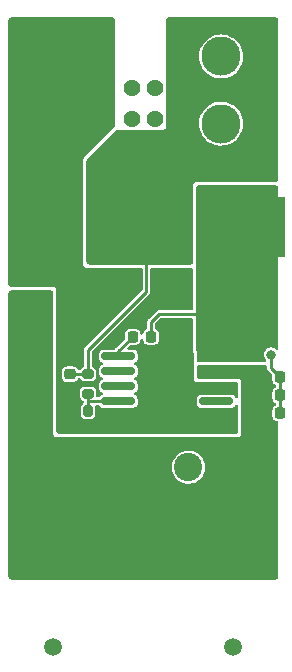
<source format=gbr>
%TF.GenerationSoftware,KiCad,Pcbnew,6.0.2+dfsg-1*%
%TF.CreationDate,2022-12-10T13:13:51-05:00*%
%TF.ProjectId,5v-8a-ps,35762d38-612d-4707-932e-6b696361645f,rev?*%
%TF.SameCoordinates,Original*%
%TF.FileFunction,Copper,L1,Top*%
%TF.FilePolarity,Positive*%
%FSLAX46Y46*%
G04 Gerber Fmt 4.6, Leading zero omitted, Abs format (unit mm)*
G04 Created by KiCad (PCBNEW 6.0.2+dfsg-1) date 2022-12-10 13:13:51*
%MOMM*%
%LPD*%
G01*
G04 APERTURE LIST*
G04 Aperture macros list*
%AMRoundRect*
0 Rectangle with rounded corners*
0 $1 Rounding radius*
0 $2 $3 $4 $5 $6 $7 $8 $9 X,Y pos of 4 corners*
0 Add a 4 corners polygon primitive as box body*
4,1,4,$2,$3,$4,$5,$6,$7,$8,$9,$2,$3,0*
0 Add four circle primitives for the rounded corners*
1,1,$1+$1,$2,$3*
1,1,$1+$1,$4,$5*
1,1,$1+$1,$6,$7*
1,1,$1+$1,$8,$9*
0 Add four rect primitives between the rounded corners*
20,1,$1+$1,$2,$3,$4,$5,0*
20,1,$1+$1,$4,$5,$6,$7,0*
20,1,$1+$1,$6,$7,$8,$9,0*
20,1,$1+$1,$8,$9,$2,$3,0*%
G04 Aperture macros list end*
%TA.AperFunction,SMDPad,CuDef*%
%ADD10R,2.400000X2.900000*%
%TD*%
%TA.AperFunction,SMDPad,CuDef*%
%ADD11RoundRect,0.175000X-1.250000X-0.175000X1.250000X-0.175000X1.250000X0.175000X-1.250000X0.175000X0*%
%TD*%
%TA.AperFunction,ComponentPad*%
%ADD12C,0.810000*%
%TD*%
%TA.AperFunction,SMDPad,CuDef*%
%ADD13R,4.570000X4.450000*%
%TD*%
%TA.AperFunction,SMDPad,CuDef*%
%ADD14RoundRect,0.200000X-0.200000X-0.275000X0.200000X-0.275000X0.200000X0.275000X-0.200000X0.275000X0*%
%TD*%
%TA.AperFunction,SMDPad,CuDef*%
%ADD15R,3.200000X5.100000*%
%TD*%
%TA.AperFunction,SMDPad,CuDef*%
%ADD16R,1.530000X1.630000*%
%TD*%
%TA.AperFunction,SMDPad,CuDef*%
%ADD17RoundRect,0.225000X-0.250000X0.225000X-0.250000X-0.225000X0.250000X-0.225000X0.250000X0.225000X0*%
%TD*%
%TA.AperFunction,SMDPad,CuDef*%
%ADD18RoundRect,0.225000X-0.225000X-0.250000X0.225000X-0.250000X0.225000X0.250000X-0.225000X0.250000X0*%
%TD*%
%TA.AperFunction,SMDPad,CuDef*%
%ADD19RoundRect,0.250000X-1.500000X-0.550000X1.500000X-0.550000X1.500000X0.550000X-1.500000X0.550000X0*%
%TD*%
%TA.AperFunction,ComponentPad*%
%ADD20C,1.500000*%
%TD*%
%TA.AperFunction,ComponentPad*%
%ADD21C,2.400000*%
%TD*%
%TA.AperFunction,SMDPad,CuDef*%
%ADD22RoundRect,0.200000X0.275000X-0.200000X0.275000X0.200000X-0.275000X0.200000X-0.275000X-0.200000X0*%
%TD*%
%TA.AperFunction,ComponentPad*%
%ADD23C,3.316000*%
%TD*%
%TA.AperFunction,ComponentPad*%
%ADD24C,1.428000*%
%TD*%
%TA.AperFunction,ComponentPad*%
%ADD25R,1.428000X1.428000*%
%TD*%
%TA.AperFunction,ViaPad*%
%ADD26C,0.800000*%
%TD*%
%TA.AperFunction,Conductor*%
%ADD27C,0.250000*%
%TD*%
G04 APERTURE END LIST*
D10*
%TO.P,C6,1*%
%TO.N,+5V*%
X75440000Y-86360000D03*
%TO.P,C6,2*%
%TO.N,GND*%
X69340000Y-86360000D03*
%TD*%
D11*
%TO.P,U4,1,BOOT*%
%TO.N,Net-(C2-Pad1)*%
X76622000Y-101092000D03*
%TO.P,U4,2,NC*%
%TO.N,unconnected-(U4-Pad2)*%
X76622000Y-102362000D03*
%TO.P,U4,3,NC*%
%TO.N,unconnected-(U4-Pad3)*%
X76622000Y-103632000D03*
%TO.P,U4,4,VSNS*%
%TO.N,Net-(R1-Pad1)*%
X76622000Y-104902000D03*
%TO.P,U4,5,ENA*%
%TO.N,unconnected-(U4-Pad5)*%
X84922000Y-104902000D03*
%TO.P,U4,6,GND*%
%TO.N,GND*%
X84922000Y-103632000D03*
%TO.P,U4,7,VIN*%
%TO.N,+12V*%
X84922000Y-102362000D03*
%TO.P,U4,8,PH*%
%TO.N,/PH*%
X84922000Y-101092000D03*
D12*
%TO.P,U4,9,PwPd*%
%TO.N,GND*%
X79502000Y-101727000D03*
X82042000Y-102997000D03*
X79502000Y-102997000D03*
X82042000Y-101727000D03*
X82042000Y-104267000D03*
X79502000Y-104267000D03*
D13*
X80772000Y-102997000D03*
%TD*%
D14*
%TO.P,R2,1*%
%TO.N,GND*%
X72391000Y-105727000D03*
%TO.P,R2,2*%
%TO.N,Net-(R1-Pad1)*%
X74041000Y-105727000D03*
%TD*%
D15*
%TO.P,L1,1,1*%
%TO.N,/PH*%
X89094000Y-90170000D03*
%TO.P,L1,2,2*%
%TO.N,+5V*%
X78994000Y-90170000D03*
%TD*%
D16*
%TO.P,D1,1,K*%
%TO.N,/PH*%
X84958000Y-98679000D03*
%TO.P,D1,2,A*%
%TO.N,GND*%
X81158000Y-98679000D03*
%TD*%
D17*
%TO.P,C7,1*%
%TO.N,+5V*%
X72517000Y-102616000D03*
%TO.P,C7,2*%
%TO.N,GND*%
X72517000Y-104166000D03*
%TD*%
D18*
%TO.P,C5,1*%
%TO.N,+12V*%
X88760000Y-105918000D03*
%TO.P,C5,2*%
%TO.N,GND*%
X90310000Y-105918000D03*
%TD*%
%TO.P,C4,1*%
%TO.N,+12V*%
X88760000Y-102870000D03*
%TO.P,C4,2*%
%TO.N,GND*%
X90310000Y-102870000D03*
%TD*%
%TO.P,C3,1*%
%TO.N,+12V*%
X88760000Y-104394000D03*
%TO.P,C3,2*%
%TO.N,GND*%
X90310000Y-104394000D03*
%TD*%
%TO.P,C2,1*%
%TO.N,Net-(C2-Pad1)*%
X77838000Y-99441000D03*
%TO.P,C2,2*%
%TO.N,/PH*%
X79388000Y-99441000D03*
%TD*%
D19*
%TO.P,C1,1*%
%TO.N,+12V*%
X69055000Y-96520000D03*
%TO.P,C1,2*%
%TO.N,GND*%
X74455000Y-96520000D03*
%TD*%
D20*
%TO.P,U1,*%
%TO.N,*%
X71120000Y-125730000D03*
X86360000Y-125730000D03*
D21*
%TO.P,U1,1,RED*%
%TO.N,+12V*%
X74930000Y-110490000D03*
%TO.P,U1,2,BLACK*%
%TO.N,GND*%
X82550000Y-110490000D03*
%TD*%
D22*
%TO.P,R1,1*%
%TO.N,Net-(R1-Pad1)*%
X74041000Y-104266000D03*
%TO.P,R1,2*%
%TO.N,+5V*%
X74041000Y-102616000D03*
%TD*%
D23*
%TO.P,J1,P4,SHIELD*%
%TO.N,GND*%
X72170000Y-75720000D03*
%TO.P,J1,P3,SHIELD*%
X85310000Y-75720000D03*
%TO.P,J1,P2,SHIELD*%
X72170000Y-81400000D03*
%TO.P,J1,P1,SHIELD*%
X85310000Y-81400000D03*
D24*
%TO.P,J1,8,GND1*%
X75240000Y-81050000D03*
%TO.P,J1,7,D1+*%
%TO.N,unconnected-(J1-Pad7)*%
X77740000Y-81050000D03*
%TO.P,J1,6,D1-*%
%TO.N,unconnected-(J1-Pad6)*%
X79740000Y-81050000D03*
D25*
%TO.P,J1,5,VBUS1*%
%TO.N,+5V*%
X82240000Y-81050000D03*
D24*
%TO.P,J1,4,GND2*%
%TO.N,GND*%
X75240000Y-78430000D03*
%TO.P,J1,3,D2+*%
%TO.N,unconnected-(J1-Pad3)*%
X77740000Y-78430000D03*
%TO.P,J1,2,D2-*%
%TO.N,unconnected-(J1-Pad2)*%
X79740000Y-78430000D03*
D25*
%TO.P,J1,1,VBUS2*%
%TO.N,+5V*%
X82240000Y-78430000D03*
%TD*%
D26*
%TO.N,GND*%
X81280000Y-95250000D03*
X89535000Y-100965000D03*
%TD*%
D27*
%TO.N,/PH*%
X79388000Y-99441000D02*
X79388000Y-98219978D01*
X79388000Y-98219978D02*
X80068489Y-97539489D01*
X80068489Y-97539489D02*
X83818489Y-97539489D01*
X83818489Y-97539489D02*
X84922000Y-98643000D01*
%TO.N,Net-(C2-Pad1)*%
X76622000Y-101092000D02*
X76622000Y-100657000D01*
X76622000Y-100657000D02*
X77838000Y-99441000D01*
%TO.N,GND*%
X90310000Y-104394000D02*
X90310000Y-102870000D01*
X90310000Y-105918000D02*
X90310000Y-104394000D01*
X89535000Y-100965000D02*
X89535000Y-102095000D01*
X89535000Y-102095000D02*
X90310000Y-102870000D01*
%TO.N,+5V*%
X74041000Y-102616000D02*
X74041000Y-100584000D01*
X78994000Y-95631000D02*
X78994000Y-90170000D01*
X74041000Y-100584000D02*
X78994000Y-95631000D01*
X72517000Y-102616000D02*
X74041000Y-102616000D01*
%TO.N,Net-(R1-Pad1)*%
X74041000Y-104266000D02*
X74041000Y-105029000D01*
X76622000Y-104902000D02*
X74168000Y-104902000D01*
X74041000Y-105029000D02*
X74041000Y-105727000D01*
X74168000Y-104902000D02*
X74041000Y-105029000D01*
%TD*%
%TA.AperFunction,Conductor*%
%TO.N,/PH*%
G36*
X89928171Y-86616421D02*
G01*
X89988622Y-86628446D01*
X90034042Y-86647260D01*
X90074766Y-86674471D01*
X90109529Y-86709234D01*
X90136740Y-86749958D01*
X90155554Y-86795378D01*
X90167579Y-86855829D01*
X90170000Y-86880411D01*
X90170000Y-100440769D01*
X90149998Y-100508890D01*
X90096342Y-100555383D01*
X90026068Y-100565487D01*
X89963393Y-100536863D01*
X89963282Y-100536718D01*
X89957511Y-100532290D01*
X89957508Y-100532287D01*
X89844392Y-100445491D01*
X89837841Y-100440464D01*
X89691762Y-100379956D01*
X89535000Y-100359318D01*
X89378238Y-100379956D01*
X89232159Y-100440464D01*
X89106718Y-100536718D01*
X89010464Y-100662159D01*
X88949956Y-100808238D01*
X88929318Y-100965000D01*
X88949956Y-101121762D01*
X89010464Y-101267841D01*
X89015491Y-101274392D01*
X89106718Y-101393282D01*
X89105111Y-101394515D01*
X89133890Y-101447217D01*
X89128825Y-101518032D01*
X89086278Y-101574868D01*
X89019758Y-101599679D01*
X89010769Y-101600000D01*
X83451411Y-101600000D01*
X83426829Y-101597579D01*
X83366378Y-101585554D01*
X83320964Y-101566744D01*
X83319192Y-101565560D01*
X83313503Y-101561759D01*
X83267973Y-101507286D01*
X83257500Y-101456991D01*
X83257500Y-100752252D01*
X83245867Y-100693769D01*
X83238975Y-100683454D01*
X83238973Y-100683450D01*
X83206235Y-100634455D01*
X83185000Y-100564453D01*
X83185000Y-86880411D01*
X83187421Y-86855829D01*
X83199446Y-86795378D01*
X83218260Y-86749958D01*
X83245471Y-86709234D01*
X83280234Y-86674471D01*
X83320958Y-86647260D01*
X83366378Y-86628446D01*
X83426829Y-86616421D01*
X83451411Y-86614000D01*
X89903589Y-86614000D01*
X89928171Y-86616421D01*
G37*
%TD.AperFunction*%
%TD*%
%TA.AperFunction,Conductor*%
%TO.N,+12V*%
G36*
X70878171Y-95506421D02*
G01*
X70938622Y-95518446D01*
X70984042Y-95537260D01*
X71024766Y-95564471D01*
X71059529Y-95599234D01*
X71086740Y-95639958D01*
X71105554Y-95685378D01*
X71117579Y-95745829D01*
X71120000Y-95770411D01*
X71120000Y-107696000D01*
X71139335Y-107793202D01*
X71146227Y-107803517D01*
X71146228Y-107803519D01*
X71187502Y-107865289D01*
X71194395Y-107875605D01*
X71204711Y-107882498D01*
X71266481Y-107923772D01*
X71266483Y-107923773D01*
X71276798Y-107930665D01*
X71288965Y-107933085D01*
X71288967Y-107933086D01*
X71343351Y-107943903D01*
X71374000Y-107950000D01*
X86741000Y-107950000D01*
X86771649Y-107943903D01*
X86826033Y-107933086D01*
X86826035Y-107933085D01*
X86838202Y-107930665D01*
X86848517Y-107923773D01*
X86848519Y-107923772D01*
X86910289Y-107882498D01*
X86920605Y-107875605D01*
X86927498Y-107865289D01*
X86968772Y-107803519D01*
X86968773Y-107803517D01*
X86975665Y-107793202D01*
X86995000Y-107696000D01*
X86995000Y-103251000D01*
X86975665Y-103153798D01*
X86968773Y-103143483D01*
X86968772Y-103143481D01*
X86927498Y-103081711D01*
X86920605Y-103071395D01*
X86910289Y-103064502D01*
X86848519Y-103023228D01*
X86848517Y-103023227D01*
X86838202Y-103016335D01*
X86826035Y-103013915D01*
X86826033Y-103013914D01*
X86771649Y-103003097D01*
X86741000Y-102997000D01*
X83451411Y-102997000D01*
X83426829Y-102994579D01*
X83366378Y-102982554D01*
X83320964Y-102963744D01*
X83319192Y-102962560D01*
X83313503Y-102958759D01*
X83267973Y-102904286D01*
X83257500Y-102853991D01*
X83257500Y-101997009D01*
X83277502Y-101928888D01*
X83313503Y-101892241D01*
X83320963Y-101887256D01*
X83366378Y-101868446D01*
X83426829Y-101856421D01*
X83451411Y-101854000D01*
X89083500Y-101854000D01*
X89151621Y-101874002D01*
X89198114Y-101927658D01*
X89209500Y-101980000D01*
X89209500Y-102075290D01*
X89209020Y-102086272D01*
X89205736Y-102123807D01*
X89213133Y-102151410D01*
X89215491Y-102160210D01*
X89217870Y-102170942D01*
X89224412Y-102208045D01*
X89229923Y-102217590D01*
X89231115Y-102220866D01*
X89232592Y-102224034D01*
X89235446Y-102234684D01*
X89241770Y-102243715D01*
X89257055Y-102265544D01*
X89262961Y-102274815D01*
X89272017Y-102290500D01*
X89281806Y-102307455D01*
X89290251Y-102314541D01*
X89310682Y-102331685D01*
X89318785Y-102339111D01*
X89622595Y-102642921D01*
X89656621Y-102705233D01*
X89659500Y-102732016D01*
X89659500Y-103153488D01*
X89669060Y-103213851D01*
X89672558Y-103235931D01*
X89675281Y-103253126D01*
X89736472Y-103373220D01*
X89831780Y-103468528D01*
X89840613Y-103473028D01*
X89840612Y-103473028D01*
X89915703Y-103511289D01*
X89967318Y-103560037D01*
X89984500Y-103623556D01*
X89984500Y-103640444D01*
X89964498Y-103708565D01*
X89915703Y-103752711D01*
X89831780Y-103795472D01*
X89736472Y-103890780D01*
X89675281Y-104010874D01*
X89673731Y-104020663D01*
X89673730Y-104020665D01*
X89672472Y-104028610D01*
X89659500Y-104110512D01*
X89659500Y-104677488D01*
X89675281Y-104777126D01*
X89736472Y-104897220D01*
X89831780Y-104992528D01*
X89892219Y-105023323D01*
X89915703Y-105035289D01*
X89967318Y-105084037D01*
X89984500Y-105147556D01*
X89984500Y-105164444D01*
X89964498Y-105232565D01*
X89915703Y-105276711D01*
X89831780Y-105319472D01*
X89736472Y-105414780D01*
X89675281Y-105534874D01*
X89659500Y-105634512D01*
X89659500Y-106201488D01*
X89675281Y-106301126D01*
X89736472Y-106421220D01*
X89831780Y-106516528D01*
X89951874Y-106577719D01*
X89961663Y-106579269D01*
X89961665Y-106579270D01*
X89998734Y-106585141D01*
X90051512Y-106593500D01*
X90054418Y-106593500D01*
X90120227Y-106618582D01*
X90162367Y-106675720D01*
X90170000Y-106718909D01*
X90170000Y-119748589D01*
X90167579Y-119773171D01*
X90155554Y-119833622D01*
X90136740Y-119879042D01*
X90109529Y-119919766D01*
X90074766Y-119954529D01*
X90034042Y-119981740D01*
X89988622Y-120000554D01*
X89928171Y-120012579D01*
X89903589Y-120015000D01*
X67576411Y-120015000D01*
X67551829Y-120012579D01*
X67491378Y-120000554D01*
X67445958Y-119981740D01*
X67405234Y-119954529D01*
X67370471Y-119919766D01*
X67343260Y-119879042D01*
X67324446Y-119833622D01*
X67312421Y-119773171D01*
X67310000Y-119748589D01*
X67310000Y-110455665D01*
X81145119Y-110455665D01*
X81145416Y-110460817D01*
X81145416Y-110460821D01*
X81150864Y-110555296D01*
X81158376Y-110685580D01*
X81159513Y-110690626D01*
X81159514Y-110690632D01*
X81181226Y-110786975D01*
X81209006Y-110910242D01*
X81210948Y-110915024D01*
X81210949Y-110915028D01*
X81248427Y-111007325D01*
X81295649Y-111123618D01*
X81415979Y-111319978D01*
X81566763Y-111494048D01*
X81743953Y-111641154D01*
X81942790Y-111757345D01*
X82157934Y-111839501D01*
X82163000Y-111840532D01*
X82163001Y-111840532D01*
X82263697Y-111861018D01*
X82383607Y-111885414D01*
X82513352Y-111890172D01*
X82608585Y-111893664D01*
X82608589Y-111893664D01*
X82613749Y-111893853D01*
X82618869Y-111893197D01*
X82618871Y-111893197D01*
X82688272Y-111884307D01*
X82842178Y-111864591D01*
X82847126Y-111863106D01*
X82847133Y-111863105D01*
X83057811Y-111799898D01*
X83057810Y-111799898D01*
X83062761Y-111798413D01*
X83269574Y-111697096D01*
X83457062Y-111563363D01*
X83620190Y-111400803D01*
X83678269Y-111319978D01*
X83751559Y-111217983D01*
X83754577Y-111213783D01*
X83856615Y-111007325D01*
X83887643Y-110905200D01*
X83922059Y-110791927D01*
X83922060Y-110791921D01*
X83923563Y-110786975D01*
X83953622Y-110558649D01*
X83955300Y-110490000D01*
X83936430Y-110260478D01*
X83880326Y-110037120D01*
X83788496Y-109825924D01*
X83663405Y-109632563D01*
X83642774Y-109609889D01*
X83511890Y-109466051D01*
X83511889Y-109466050D01*
X83508412Y-109462229D01*
X83504361Y-109459030D01*
X83504357Y-109459026D01*
X83331735Y-109322697D01*
X83331730Y-109322693D01*
X83327681Y-109319496D01*
X83323165Y-109317003D01*
X83323162Y-109317001D01*
X83130589Y-109210695D01*
X83130585Y-109210693D01*
X83126065Y-109208198D01*
X83121196Y-109206474D01*
X83121192Y-109206472D01*
X82913853Y-109133049D01*
X82913849Y-109133048D01*
X82908978Y-109131323D01*
X82903885Y-109130416D01*
X82903882Y-109130415D01*
X82807707Y-109113284D01*
X82682250Y-109090937D01*
X82595802Y-109089881D01*
X82457141Y-109088186D01*
X82457139Y-109088186D01*
X82451971Y-109088123D01*
X82224325Y-109122958D01*
X82005424Y-109194506D01*
X81801149Y-109300845D01*
X81616984Y-109439119D01*
X81457877Y-109605616D01*
X81328099Y-109795863D01*
X81325923Y-109800552D01*
X81325919Y-109800558D01*
X81314145Y-109825924D01*
X81231136Y-110004752D01*
X81169592Y-110226673D01*
X81145119Y-110455665D01*
X67310000Y-110455665D01*
X67310000Y-95770411D01*
X67312421Y-95745829D01*
X67324446Y-95685378D01*
X67343260Y-95639958D01*
X67370471Y-95599234D01*
X67405234Y-95564471D01*
X67445958Y-95537260D01*
X67491378Y-95518446D01*
X67551829Y-95506421D01*
X67576411Y-95504000D01*
X70853589Y-95504000D01*
X70878171Y-95506421D01*
G37*
%TD.AperFunction*%
%TD*%
%TA.AperFunction,Conductor*%
%TO.N,GND*%
G36*
X76085171Y-72392421D02*
G01*
X76145622Y-72404446D01*
X76191042Y-72423260D01*
X76231766Y-72450471D01*
X76266529Y-72485234D01*
X76293740Y-72525958D01*
X76312554Y-72571378D01*
X76324579Y-72631829D01*
X76327000Y-72656411D01*
X76327000Y-81543379D01*
X76324579Y-81567960D01*
X76312555Y-81628409D01*
X76293741Y-81673830D01*
X76259497Y-81725080D01*
X76243827Y-81744173D01*
X73734395Y-84253605D01*
X73679335Y-84336009D01*
X73660000Y-84433210D01*
X73660000Y-93345000D01*
X73679335Y-93442202D01*
X73686227Y-93452517D01*
X73686228Y-93452519D01*
X73727502Y-93514289D01*
X73734395Y-93524605D01*
X73744711Y-93531498D01*
X73806481Y-93572772D01*
X73806483Y-93572773D01*
X73816798Y-93579665D01*
X73828965Y-93582085D01*
X73828967Y-93582086D01*
X73883351Y-93592903D01*
X73914000Y-93599000D01*
X78542500Y-93599000D01*
X78610621Y-93619002D01*
X78657114Y-93672658D01*
X78668500Y-93725000D01*
X78668500Y-95443984D01*
X78648498Y-95512105D01*
X78631595Y-95533079D01*
X73824785Y-100339889D01*
X73816681Y-100347316D01*
X73787806Y-100371545D01*
X73782293Y-100381094D01*
X73768961Y-100404185D01*
X73763055Y-100413456D01*
X73741446Y-100444316D01*
X73738592Y-100454966D01*
X73737115Y-100458134D01*
X73735923Y-100461410D01*
X73730412Y-100470955D01*
X73727677Y-100486468D01*
X73723870Y-100508058D01*
X73721492Y-100518785D01*
X73711736Y-100555193D01*
X73712697Y-100566178D01*
X73712697Y-100566180D01*
X73715020Y-100592728D01*
X73715500Y-100603710D01*
X73715500Y-101916135D01*
X73695498Y-101984256D01*
X73642656Y-102030044D01*
X73640696Y-102030354D01*
X73527658Y-102087950D01*
X73437950Y-102177658D01*
X73433450Y-102186490D01*
X73415508Y-102221703D01*
X73366760Y-102273318D01*
X73303241Y-102290500D01*
X73270556Y-102290500D01*
X73202435Y-102270498D01*
X73158289Y-102221703D01*
X73146323Y-102198219D01*
X73115528Y-102137780D01*
X73020220Y-102042472D01*
X72900126Y-101981281D01*
X72890337Y-101979731D01*
X72890335Y-101979730D01*
X72858815Y-101974738D01*
X72800488Y-101965500D01*
X72233512Y-101965500D01*
X72175185Y-101974738D01*
X72143665Y-101979730D01*
X72143663Y-101979731D01*
X72133874Y-101981281D01*
X72013780Y-102042472D01*
X71918472Y-102137780D01*
X71857281Y-102257874D01*
X71855731Y-102267663D01*
X71855730Y-102267665D01*
X71851060Y-102297149D01*
X71841500Y-102357512D01*
X71841500Y-102874488D01*
X71849681Y-102926140D01*
X71855282Y-102961502D01*
X71857281Y-102974126D01*
X71918472Y-103094220D01*
X72013780Y-103189528D01*
X72133874Y-103250719D01*
X72143663Y-103252269D01*
X72143665Y-103252270D01*
X72173149Y-103256940D01*
X72233512Y-103266500D01*
X72800488Y-103266500D01*
X72860851Y-103256940D01*
X72890335Y-103252270D01*
X72890337Y-103252269D01*
X72900126Y-103250719D01*
X73020220Y-103189528D01*
X73115528Y-103094220D01*
X73158289Y-103010297D01*
X73207037Y-102958682D01*
X73270556Y-102941500D01*
X73303241Y-102941500D01*
X73371362Y-102961502D01*
X73415508Y-103010297D01*
X73437950Y-103054342D01*
X73527658Y-103144050D01*
X73640696Y-103201646D01*
X73650485Y-103203196D01*
X73650487Y-103203197D01*
X73677849Y-103207530D01*
X73734481Y-103216500D01*
X74040938Y-103216500D01*
X74347518Y-103216499D01*
X74352412Y-103215724D01*
X74431506Y-103203198D01*
X74431508Y-103203197D01*
X74441304Y-103201646D01*
X74554342Y-103144050D01*
X74644050Y-103054342D01*
X74701646Y-102941304D01*
X74716500Y-102847519D01*
X74716499Y-102384482D01*
X74701646Y-102290696D01*
X74692792Y-102273318D01*
X74666492Y-102221703D01*
X74644050Y-102177658D01*
X74554342Y-102087950D01*
X74441304Y-102030354D01*
X74442350Y-102028301D01*
X74394956Y-101995892D01*
X74367321Y-101930494D01*
X74366500Y-101916135D01*
X74366500Y-100771016D01*
X74386502Y-100702895D01*
X74403405Y-100681921D01*
X79210215Y-95875111D01*
X79218319Y-95867684D01*
X79238749Y-95850541D01*
X79247194Y-95843455D01*
X79252707Y-95833906D01*
X79266039Y-95810815D01*
X79271945Y-95801544D01*
X79287230Y-95779715D01*
X79293554Y-95770684D01*
X79296408Y-95760034D01*
X79297885Y-95756866D01*
X79299077Y-95753590D01*
X79304588Y-95744045D01*
X79311130Y-95706942D01*
X79313509Y-95696210D01*
X79323264Y-95659807D01*
X79319979Y-95622257D01*
X79319500Y-95611276D01*
X79319500Y-93725000D01*
X79339502Y-93656879D01*
X79393158Y-93610386D01*
X79445500Y-93599000D01*
X82664589Y-93599000D01*
X82689171Y-93601421D01*
X82749622Y-93613446D01*
X82795042Y-93632260D01*
X82835766Y-93659471D01*
X82870529Y-93694234D01*
X82897740Y-93734958D01*
X82916554Y-93780378D01*
X82928579Y-93840829D01*
X82931000Y-93865411D01*
X82931000Y-97087989D01*
X82910998Y-97156110D01*
X82857342Y-97202603D01*
X82805000Y-97213989D01*
X80088199Y-97213989D01*
X80077217Y-97213509D01*
X80050669Y-97211186D01*
X80050667Y-97211186D01*
X80039682Y-97210225D01*
X80003274Y-97219981D01*
X79992547Y-97222359D01*
X79989188Y-97222951D01*
X79955444Y-97228901D01*
X79945899Y-97234412D01*
X79942623Y-97235604D01*
X79939455Y-97237081D01*
X79928805Y-97239935D01*
X79919774Y-97246259D01*
X79897945Y-97261544D01*
X79888674Y-97267450D01*
X79865583Y-97280782D01*
X79856034Y-97286295D01*
X79848948Y-97294740D01*
X79831804Y-97315171D01*
X79824378Y-97323274D01*
X79171785Y-97975867D01*
X79163681Y-97983294D01*
X79134806Y-98007523D01*
X79129293Y-98017072D01*
X79115961Y-98040163D01*
X79110055Y-98049434D01*
X79088446Y-98080294D01*
X79085592Y-98090944D01*
X79084115Y-98094112D01*
X79082923Y-98097388D01*
X79077412Y-98106933D01*
X79071462Y-98140677D01*
X79070870Y-98144036D01*
X79068492Y-98154763D01*
X79058736Y-98191171D01*
X79059697Y-98202156D01*
X79059697Y-98202158D01*
X79062020Y-98228706D01*
X79062500Y-98239688D01*
X79062500Y-98687444D01*
X79042498Y-98755565D01*
X78993703Y-98799711D01*
X78909780Y-98842472D01*
X78814472Y-98937780D01*
X78753281Y-99057874D01*
X78737500Y-99157512D01*
X78735250Y-99157156D01*
X78713326Y-99214676D01*
X78656188Y-99256816D01*
X78585338Y-99261375D01*
X78523271Y-99226906D01*
X78489691Y-99164352D01*
X78488703Y-99157480D01*
X78488500Y-99157512D01*
X78474270Y-99067665D01*
X78474269Y-99067663D01*
X78472719Y-99057874D01*
X78411528Y-98937780D01*
X78316220Y-98842472D01*
X78196126Y-98781281D01*
X78186337Y-98779731D01*
X78186335Y-98779730D01*
X78156851Y-98775060D01*
X78096488Y-98765500D01*
X77579512Y-98765500D01*
X77519149Y-98775060D01*
X77489665Y-98779730D01*
X77489663Y-98779731D01*
X77479874Y-98781281D01*
X77359780Y-98842472D01*
X77264472Y-98937780D01*
X77203281Y-99057874D01*
X77187500Y-99157512D01*
X77187500Y-99578984D01*
X77167498Y-99647105D01*
X77150595Y-99668079D01*
X76405785Y-100412889D01*
X76397681Y-100420316D01*
X76368806Y-100444545D01*
X76363293Y-100454094D01*
X76349961Y-100477185D01*
X76344047Y-100486468D01*
X76343126Y-100487783D01*
X76287663Y-100532105D01*
X76239921Y-100541500D01*
X75336410Y-100541500D01*
X75331860Y-100542170D01*
X75331857Y-100542170D01*
X75272290Y-100550939D01*
X75272289Y-100550939D01*
X75262604Y-100552365D01*
X75234466Y-100566180D01*
X75159738Y-100602869D01*
X75159736Y-100602870D01*
X75150390Y-100607459D01*
X75062073Y-100695931D01*
X75057501Y-100705284D01*
X75043958Y-100732990D01*
X75007174Y-100808241D01*
X74996500Y-100881410D01*
X74996500Y-101302590D01*
X75007365Y-101376396D01*
X75062459Y-101488610D01*
X75150931Y-101576927D01*
X75160284Y-101581499D01*
X75226321Y-101613779D01*
X75278737Y-101661665D01*
X75296944Y-101730288D01*
X75275160Y-101797860D01*
X75226518Y-101840082D01*
X75150390Y-101877459D01*
X75062073Y-101965931D01*
X75057501Y-101975284D01*
X75047428Y-101995892D01*
X75007174Y-102078241D01*
X75005763Y-102087916D01*
X75005762Y-102087918D01*
X75005758Y-102087950D01*
X74996500Y-102151410D01*
X74996500Y-102572590D01*
X75007365Y-102646396D01*
X75062459Y-102758610D01*
X75150931Y-102846927D01*
X75160284Y-102851499D01*
X75226321Y-102883779D01*
X75278737Y-102931665D01*
X75296944Y-103000288D01*
X75275160Y-103067860D01*
X75226518Y-103110082D01*
X75150390Y-103147459D01*
X75062073Y-103235931D01*
X75057501Y-103245284D01*
X75054844Y-103250719D01*
X75007174Y-103348241D01*
X74996500Y-103421410D01*
X74996500Y-103842590D01*
X75007365Y-103916396D01*
X75062459Y-104028610D01*
X75150931Y-104116927D01*
X75160284Y-104121499D01*
X75226321Y-104153779D01*
X75278737Y-104201665D01*
X75296944Y-104270288D01*
X75275160Y-104337860D01*
X75226518Y-104380082D01*
X75150390Y-104417459D01*
X75062073Y-104505931D01*
X75057499Y-104515289D01*
X75051523Y-104523667D01*
X74995681Y-104567511D01*
X74948943Y-104576500D01*
X74842500Y-104576500D01*
X74774379Y-104556498D01*
X74727886Y-104502842D01*
X74716500Y-104450500D01*
X74716499Y-104039437D01*
X74716499Y-104034482D01*
X74701646Y-103940696D01*
X74689265Y-103916396D01*
X74653978Y-103847143D01*
X74644050Y-103827658D01*
X74554342Y-103737950D01*
X74441304Y-103680354D01*
X74431515Y-103678804D01*
X74431513Y-103678803D01*
X74404151Y-103674470D01*
X74347519Y-103665500D01*
X74041062Y-103665500D01*
X73734482Y-103665501D01*
X73729589Y-103666276D01*
X73729588Y-103666276D01*
X73650494Y-103678802D01*
X73650492Y-103678803D01*
X73640696Y-103680354D01*
X73527658Y-103737950D01*
X73437950Y-103827658D01*
X73380354Y-103940696D01*
X73365500Y-104034481D01*
X73365501Y-104497518D01*
X73380354Y-104591304D01*
X73437950Y-104704342D01*
X73527658Y-104794050D01*
X73640696Y-104851646D01*
X73639650Y-104853699D01*
X73687044Y-104886108D01*
X73714679Y-104951506D01*
X73715500Y-104965865D01*
X73715500Y-104973639D01*
X73715020Y-104984623D01*
X73714589Y-104989545D01*
X73711736Y-105000193D01*
X73712129Y-105004689D01*
X73687727Y-105067071D01*
X73645274Y-105102236D01*
X73602658Y-105123950D01*
X73512950Y-105213658D01*
X73455354Y-105326696D01*
X73440500Y-105420481D01*
X73440501Y-106033518D01*
X73455354Y-106127304D01*
X73512950Y-106240342D01*
X73602658Y-106330050D01*
X73715696Y-106387646D01*
X73725485Y-106389196D01*
X73725487Y-106389197D01*
X73752849Y-106393530D01*
X73809481Y-106402500D01*
X74040953Y-106402500D01*
X74272518Y-106402499D01*
X74277412Y-106401724D01*
X74356506Y-106389198D01*
X74356508Y-106389197D01*
X74366304Y-106387646D01*
X74479342Y-106330050D01*
X74569050Y-106240342D01*
X74626646Y-106127304D01*
X74641500Y-106033519D01*
X74641499Y-105420482D01*
X74634012Y-105373208D01*
X74643112Y-105302799D01*
X74688834Y-105248485D01*
X74758461Y-105227500D01*
X74949041Y-105227500D01*
X75017162Y-105247502D01*
X75048779Y-105282962D01*
X75051807Y-105280794D01*
X75057869Y-105289261D01*
X75062459Y-105298610D01*
X75150931Y-105386927D01*
X75263241Y-105441826D01*
X75272916Y-105443237D01*
X75272918Y-105443238D01*
X75331883Y-105451840D01*
X75331889Y-105451840D01*
X75336410Y-105452500D01*
X77907590Y-105452500D01*
X77912140Y-105451830D01*
X77912143Y-105451830D01*
X77971710Y-105443061D01*
X77971711Y-105443061D01*
X77981396Y-105441635D01*
X78083512Y-105391499D01*
X78084262Y-105391131D01*
X78084264Y-105391130D01*
X78093610Y-105386541D01*
X78181927Y-105298069D01*
X78236826Y-105185759D01*
X78245843Y-105123950D01*
X78246840Y-105117117D01*
X78246840Y-105117111D01*
X78247500Y-105112590D01*
X78247500Y-104691410D01*
X78236635Y-104617604D01*
X78181541Y-104505390D01*
X78093069Y-104417073D01*
X78017679Y-104380221D01*
X77965263Y-104332335D01*
X77947056Y-104263712D01*
X77968840Y-104196140D01*
X78017482Y-104153918D01*
X78064073Y-104131043D01*
X78093610Y-104116541D01*
X78181927Y-104028069D01*
X78236826Y-103915759D01*
X78247500Y-103842590D01*
X78247500Y-103421410D01*
X78236635Y-103347604D01*
X78189067Y-103250719D01*
X78186131Y-103244738D01*
X78186130Y-103244736D01*
X78181541Y-103235390D01*
X78093069Y-103147073D01*
X78017679Y-103110221D01*
X77965263Y-103062335D01*
X77947056Y-102993712D01*
X77968840Y-102926140D01*
X78017482Y-102883918D01*
X78081658Y-102852409D01*
X78093610Y-102846541D01*
X78181927Y-102758069D01*
X78236826Y-102645759D01*
X78247500Y-102572590D01*
X78247500Y-102151410D01*
X78244462Y-102130769D01*
X78238061Y-102087290D01*
X78238061Y-102087289D01*
X78236635Y-102077604D01*
X78181541Y-101965390D01*
X78093069Y-101877073D01*
X78017679Y-101840221D01*
X77965263Y-101792335D01*
X77947056Y-101723712D01*
X77968840Y-101656140D01*
X78017482Y-101613918D01*
X78064073Y-101591043D01*
X78093610Y-101576541D01*
X78181927Y-101488069D01*
X78236826Y-101375759D01*
X78247500Y-101302590D01*
X78247500Y-100881410D01*
X78236635Y-100807604D01*
X78210390Y-100754150D01*
X78186131Y-100704738D01*
X78186130Y-100704736D01*
X78181541Y-100695390D01*
X78093069Y-100607073D01*
X77980759Y-100552174D01*
X77971084Y-100550763D01*
X77971082Y-100550762D01*
X77912117Y-100542160D01*
X77912111Y-100542160D01*
X77907590Y-100541500D01*
X77502016Y-100541500D01*
X77433895Y-100521498D01*
X77387402Y-100467842D01*
X77377298Y-100397568D01*
X77406792Y-100332988D01*
X77412921Y-100326405D01*
X77585921Y-100153405D01*
X77648233Y-100119379D01*
X77675016Y-100116500D01*
X78096488Y-100116500D01*
X78156851Y-100106940D01*
X78186335Y-100102270D01*
X78186337Y-100102269D01*
X78196126Y-100100719D01*
X78316220Y-100039528D01*
X78411528Y-99944220D01*
X78472719Y-99824126D01*
X78488500Y-99724488D01*
X78490750Y-99724844D01*
X78512674Y-99667324D01*
X78569812Y-99625184D01*
X78640662Y-99620625D01*
X78702729Y-99655094D01*
X78736309Y-99717648D01*
X78737297Y-99724520D01*
X78737500Y-99724488D01*
X78753281Y-99824126D01*
X78814472Y-99944220D01*
X78909780Y-100039528D01*
X79029874Y-100100719D01*
X79039663Y-100102269D01*
X79039665Y-100102270D01*
X79069149Y-100106940D01*
X79129512Y-100116500D01*
X79646488Y-100116500D01*
X79706851Y-100106940D01*
X79736335Y-100102270D01*
X79736337Y-100102269D01*
X79746126Y-100100719D01*
X79866220Y-100039528D01*
X79961528Y-99944220D01*
X80022719Y-99824126D01*
X80038500Y-99724488D01*
X80038500Y-99157512D01*
X80022719Y-99057874D01*
X79961528Y-98937780D01*
X79866220Y-98842472D01*
X79782297Y-98799711D01*
X79730682Y-98750963D01*
X79713500Y-98687444D01*
X79713500Y-98406994D01*
X79733502Y-98338873D01*
X79750405Y-98317899D01*
X80166410Y-97901894D01*
X80228722Y-97867868D01*
X80255505Y-97864989D01*
X82805000Y-97864989D01*
X82873121Y-97884991D01*
X82919614Y-97938647D01*
X82931000Y-97990989D01*
X82931000Y-102997000D01*
X82950335Y-103094202D01*
X82957227Y-103104517D01*
X82957228Y-103104519D01*
X82982607Y-103142501D01*
X83005395Y-103176605D01*
X83015711Y-103183498D01*
X83077481Y-103224772D01*
X83077483Y-103224773D01*
X83087798Y-103231665D01*
X83099965Y-103234085D01*
X83099967Y-103234086D01*
X83153519Y-103244738D01*
X83185000Y-103251000D01*
X86474589Y-103251000D01*
X86499171Y-103253421D01*
X86559622Y-103265446D01*
X86605042Y-103284260D01*
X86645766Y-103311471D01*
X86680529Y-103346234D01*
X86707740Y-103386958D01*
X86726554Y-103432378D01*
X86738579Y-103492829D01*
X86741000Y-103517411D01*
X86741000Y-104491320D01*
X86720998Y-104559441D01*
X86667342Y-104605934D01*
X86597068Y-104616038D01*
X86532488Y-104586544D01*
X86501898Y-104546853D01*
X86481541Y-104505390D01*
X86393069Y-104417073D01*
X86280759Y-104362174D01*
X86271084Y-104360763D01*
X86271082Y-104360762D01*
X86212117Y-104352160D01*
X86212111Y-104352160D01*
X86207590Y-104351500D01*
X83636410Y-104351500D01*
X83631860Y-104352170D01*
X83631857Y-104352170D01*
X83572290Y-104360939D01*
X83572289Y-104360939D01*
X83562604Y-104362365D01*
X83509150Y-104388610D01*
X83459738Y-104412869D01*
X83459736Y-104412870D01*
X83450390Y-104417459D01*
X83362073Y-104505931D01*
X83307174Y-104618241D01*
X83296500Y-104691410D01*
X83296500Y-105112590D01*
X83307365Y-105186396D01*
X83311681Y-105195186D01*
X83357599Y-105288711D01*
X83362459Y-105298610D01*
X83450931Y-105386927D01*
X83563241Y-105441826D01*
X83572916Y-105443237D01*
X83572918Y-105443238D01*
X83631883Y-105451840D01*
X83631889Y-105451840D01*
X83636410Y-105452500D01*
X86207590Y-105452500D01*
X86212140Y-105451830D01*
X86212143Y-105451830D01*
X86271710Y-105443061D01*
X86271711Y-105443061D01*
X86281396Y-105441635D01*
X86383512Y-105391499D01*
X86384262Y-105391131D01*
X86384264Y-105391130D01*
X86393610Y-105386541D01*
X86481927Y-105298069D01*
X86486500Y-105288714D01*
X86486502Y-105288711D01*
X86501801Y-105257414D01*
X86549686Y-105204998D01*
X86618309Y-105186791D01*
X86685881Y-105208576D01*
X86730949Y-105263434D01*
X86741000Y-105312748D01*
X86741000Y-107429589D01*
X86738579Y-107454171D01*
X86726554Y-107514622D01*
X86707740Y-107560042D01*
X86680529Y-107600766D01*
X86645766Y-107635529D01*
X86605042Y-107662740D01*
X86559622Y-107681554D01*
X86499171Y-107693579D01*
X86474589Y-107696000D01*
X71640411Y-107696000D01*
X71615829Y-107693579D01*
X71555378Y-107681554D01*
X71509958Y-107662740D01*
X71469234Y-107635529D01*
X71434471Y-107600766D01*
X71407260Y-107560042D01*
X71388446Y-107514622D01*
X71376421Y-107454171D01*
X71374000Y-107429589D01*
X71374000Y-95504000D01*
X71354665Y-95406798D01*
X71347773Y-95396483D01*
X71347772Y-95396481D01*
X71306498Y-95334711D01*
X71299605Y-95324395D01*
X71289289Y-95317502D01*
X71227519Y-95276228D01*
X71227517Y-95276227D01*
X71217202Y-95269335D01*
X71205035Y-95266915D01*
X71205033Y-95266914D01*
X71150649Y-95256097D01*
X71120000Y-95250000D01*
X67576411Y-95250000D01*
X67551829Y-95247579D01*
X67491378Y-95235554D01*
X67445958Y-95216740D01*
X67405234Y-95189529D01*
X67370471Y-95154766D01*
X67343260Y-95114042D01*
X67324446Y-95068622D01*
X67312421Y-95008171D01*
X67310000Y-94983589D01*
X67310000Y-72656411D01*
X67312421Y-72631829D01*
X67324446Y-72571378D01*
X67343260Y-72525958D01*
X67370471Y-72485234D01*
X67405234Y-72450471D01*
X67445958Y-72423260D01*
X67491378Y-72404446D01*
X67551829Y-72392421D01*
X67576411Y-72390000D01*
X76060589Y-72390000D01*
X76085171Y-72392421D01*
G37*
%TD.AperFunction*%
%TD*%
%TA.AperFunction,Conductor*%
%TO.N,+5V*%
G36*
X89928171Y-72392421D02*
G01*
X89988622Y-72404446D01*
X90034042Y-72423260D01*
X90074766Y-72450471D01*
X90109529Y-72485234D01*
X90136740Y-72525958D01*
X90155554Y-72571378D01*
X90167579Y-72631829D01*
X90170000Y-72656411D01*
X90170000Y-86093589D01*
X90167579Y-86118171D01*
X90155554Y-86178622D01*
X90136740Y-86224042D01*
X90109529Y-86264766D01*
X90074766Y-86299529D01*
X90034042Y-86326740D01*
X89988622Y-86345554D01*
X89928171Y-86357579D01*
X89903589Y-86360000D01*
X83185000Y-86360000D01*
X83154351Y-86366097D01*
X83099967Y-86376914D01*
X83099965Y-86376915D01*
X83087798Y-86379335D01*
X83077483Y-86386227D01*
X83077481Y-86386228D01*
X83015711Y-86427502D01*
X83005395Y-86434395D01*
X82998502Y-86444711D01*
X82957228Y-86506481D01*
X82957227Y-86506483D01*
X82950335Y-86516798D01*
X82931000Y-86614000D01*
X82931000Y-93078589D01*
X82928579Y-93103171D01*
X82916554Y-93163622D01*
X82897740Y-93209042D01*
X82870529Y-93249766D01*
X82835766Y-93284529D01*
X82795042Y-93311740D01*
X82749622Y-93330554D01*
X82689171Y-93342579D01*
X82664589Y-93345000D01*
X74180411Y-93345000D01*
X74155829Y-93342579D01*
X74095378Y-93330554D01*
X74049958Y-93311740D01*
X74009234Y-93284529D01*
X73974471Y-93249766D01*
X73947260Y-93209042D01*
X73928446Y-93163622D01*
X73916421Y-93103171D01*
X73914000Y-93078589D01*
X73914000Y-84572621D01*
X73916421Y-84548040D01*
X73928445Y-84487591D01*
X73947259Y-84442170D01*
X73981503Y-84390920D01*
X73997173Y-84371827D01*
X76370827Y-81998173D01*
X76389920Y-81982503D01*
X76441170Y-81948259D01*
X76486590Y-81929445D01*
X76519499Y-81922899D01*
X76547040Y-81917421D01*
X76571621Y-81915000D01*
X77408787Y-81915000D01*
X77447724Y-81921167D01*
X77449815Y-81921846D01*
X77455847Y-81924532D01*
X77549865Y-81944516D01*
X77637425Y-81963128D01*
X77637429Y-81963128D01*
X77643882Y-81964500D01*
X77836118Y-81964500D01*
X77842571Y-81963128D01*
X77842575Y-81963128D01*
X77930135Y-81944516D01*
X78024153Y-81924532D01*
X78030185Y-81921846D01*
X78032276Y-81921167D01*
X78071213Y-81915000D01*
X79408787Y-81915000D01*
X79447724Y-81921167D01*
X79449815Y-81921846D01*
X79455847Y-81924532D01*
X79549865Y-81944516D01*
X79637425Y-81963128D01*
X79637429Y-81963128D01*
X79643882Y-81964500D01*
X79836118Y-81964500D01*
X79842571Y-81963128D01*
X79842575Y-81963128D01*
X79930135Y-81944516D01*
X80024153Y-81924532D01*
X80030185Y-81921846D01*
X80032276Y-81921167D01*
X80071213Y-81915000D01*
X80391000Y-81915000D01*
X80421649Y-81908903D01*
X80476033Y-81898086D01*
X80476035Y-81898085D01*
X80488202Y-81895665D01*
X80498517Y-81888773D01*
X80498519Y-81888772D01*
X80560289Y-81847498D01*
X80570605Y-81840605D01*
X80577498Y-81830289D01*
X80618772Y-81768519D01*
X80618773Y-81768517D01*
X80625665Y-81758202D01*
X80645000Y-81661000D01*
X80645000Y-81341474D01*
X83447672Y-81341474D01*
X83458005Y-81604462D01*
X83505290Y-81863371D01*
X83588584Y-82113034D01*
X83590577Y-82117022D01*
X83667950Y-82271869D01*
X83706225Y-82348470D01*
X83855865Y-82564982D01*
X84034520Y-82758249D01*
X84238623Y-82924415D01*
X84242431Y-82926708D01*
X84242433Y-82926709D01*
X84460288Y-83057868D01*
X84460292Y-83057870D01*
X84464104Y-83060165D01*
X84600026Y-83117721D01*
X84702359Y-83161054D01*
X84702364Y-83161056D01*
X84706462Y-83162791D01*
X84710760Y-83163930D01*
X84710764Y-83163932D01*
X84833662Y-83196518D01*
X84960862Y-83230244D01*
X85222229Y-83261179D01*
X85485347Y-83254978D01*
X85489745Y-83254246D01*
X85740576Y-83212496D01*
X85740580Y-83212495D01*
X85744966Y-83211765D01*
X85749207Y-83210424D01*
X85749210Y-83210423D01*
X85991661Y-83133746D01*
X85991663Y-83133745D01*
X85995907Y-83132403D01*
X85999918Y-83130477D01*
X85999923Y-83130475D01*
X86229143Y-83020405D01*
X86229144Y-83020404D01*
X86233162Y-83018475D01*
X86343187Y-82944958D01*
X86448289Y-82874732D01*
X86448293Y-82874729D01*
X86451997Y-82872254D01*
X86455314Y-82869283D01*
X86455318Y-82869280D01*
X86644729Y-82699629D01*
X86644730Y-82699628D01*
X86648047Y-82696657D01*
X86817398Y-82495189D01*
X86956674Y-82271869D01*
X87063093Y-82031152D01*
X87134534Y-81777843D01*
X87150228Y-81661000D01*
X87169143Y-81520176D01*
X87169144Y-81520168D01*
X87169570Y-81516994D01*
X87169671Y-81513783D01*
X87173146Y-81403222D01*
X87173146Y-81403217D01*
X87173247Y-81400000D01*
X87154659Y-81137466D01*
X87143167Y-81084085D01*
X87100201Y-80884523D01*
X87099264Y-80880171D01*
X87091387Y-80858818D01*
X87009710Y-80637424D01*
X87008169Y-80633247D01*
X86883191Y-80401622D01*
X86726824Y-80189918D01*
X86712600Y-80175468D01*
X86545318Y-80005539D01*
X86542187Y-80002358D01*
X86538647Y-79999657D01*
X86538641Y-79999651D01*
X86336506Y-79845386D01*
X86336502Y-79845383D01*
X86332965Y-79842684D01*
X86103332Y-79714084D01*
X85857870Y-79619122D01*
X85853545Y-79618119D01*
X85853540Y-79618118D01*
X85712794Y-79585495D01*
X85601476Y-79559693D01*
X85339267Y-79536983D01*
X85334832Y-79537227D01*
X85334828Y-79537227D01*
X85080916Y-79551200D01*
X85080909Y-79551201D01*
X85076473Y-79551445D01*
X84948369Y-79576927D01*
X84822711Y-79601921D01*
X84822706Y-79601922D01*
X84818339Y-79602791D01*
X84814136Y-79604267D01*
X84574223Y-79688518D01*
X84574220Y-79688519D01*
X84570015Y-79689996D01*
X84566062Y-79692049D01*
X84566056Y-79692052D01*
X84434615Y-79760331D01*
X84336456Y-79811321D01*
X84332841Y-79813904D01*
X84332835Y-79813908D01*
X84229585Y-79887692D01*
X84122322Y-79964344D01*
X84119095Y-79967422D01*
X84119093Y-79967424D01*
X84085311Y-79999651D01*
X83931885Y-80146011D01*
X83768945Y-80352700D01*
X83740529Y-80401622D01*
X83638987Y-80576438D01*
X83638984Y-80576444D01*
X83636753Y-80580285D01*
X83537947Y-80824225D01*
X83474498Y-81079654D01*
X83447672Y-81341474D01*
X80645000Y-81341474D01*
X80645000Y-81194917D01*
X80645690Y-81181746D01*
X80658847Y-81056565D01*
X80659537Y-81050000D01*
X80645690Y-80918254D01*
X80645000Y-80905083D01*
X80645000Y-78574917D01*
X80645690Y-78561746D01*
X80658847Y-78436565D01*
X80659537Y-78430000D01*
X80645690Y-78298254D01*
X80645000Y-78285083D01*
X80645000Y-75661474D01*
X83447672Y-75661474D01*
X83458005Y-75924462D01*
X83505290Y-76183371D01*
X83588584Y-76433034D01*
X83590577Y-76437022D01*
X83667950Y-76591869D01*
X83706225Y-76668470D01*
X83855865Y-76884982D01*
X84034520Y-77078249D01*
X84238623Y-77244415D01*
X84242431Y-77246708D01*
X84242433Y-77246709D01*
X84460288Y-77377868D01*
X84460292Y-77377870D01*
X84464104Y-77380165D01*
X84600026Y-77437721D01*
X84702359Y-77481054D01*
X84702364Y-77481056D01*
X84706462Y-77482791D01*
X84710760Y-77483930D01*
X84710764Y-77483932D01*
X84829824Y-77515500D01*
X84960862Y-77550244D01*
X85222229Y-77581179D01*
X85485347Y-77574978D01*
X85489745Y-77574246D01*
X85740576Y-77532496D01*
X85740580Y-77532495D01*
X85744966Y-77531765D01*
X85749207Y-77530424D01*
X85749210Y-77530423D01*
X85991661Y-77453746D01*
X85991663Y-77453745D01*
X85995907Y-77452403D01*
X85999918Y-77450477D01*
X85999923Y-77450475D01*
X86229143Y-77340405D01*
X86229144Y-77340404D01*
X86233162Y-77338475D01*
X86343187Y-77264958D01*
X86448289Y-77194732D01*
X86448293Y-77194729D01*
X86451997Y-77192254D01*
X86455314Y-77189283D01*
X86455318Y-77189280D01*
X86644729Y-77019629D01*
X86644730Y-77019628D01*
X86648047Y-77016657D01*
X86817398Y-76815189D01*
X86956674Y-76591869D01*
X87063093Y-76351152D01*
X87134534Y-76097843D01*
X87139757Y-76058955D01*
X87169143Y-75840176D01*
X87169144Y-75840168D01*
X87169570Y-75836994D01*
X87173247Y-75720000D01*
X87154659Y-75457466D01*
X87143167Y-75404085D01*
X87100201Y-75204523D01*
X87099264Y-75200171D01*
X87080218Y-75148543D01*
X87009710Y-74957424D01*
X87008169Y-74953247D01*
X86883191Y-74721622D01*
X86726824Y-74509918D01*
X86542187Y-74322358D01*
X86538647Y-74319657D01*
X86538641Y-74319651D01*
X86336506Y-74165386D01*
X86336502Y-74165383D01*
X86332965Y-74162684D01*
X86103332Y-74034084D01*
X85857870Y-73939122D01*
X85853545Y-73938119D01*
X85853540Y-73938118D01*
X85712794Y-73905495D01*
X85601476Y-73879693D01*
X85339267Y-73856983D01*
X85334832Y-73857227D01*
X85334828Y-73857227D01*
X85080916Y-73871200D01*
X85080909Y-73871201D01*
X85076473Y-73871445D01*
X84948369Y-73896927D01*
X84822711Y-73921921D01*
X84822706Y-73921922D01*
X84818339Y-73922791D01*
X84814136Y-73924267D01*
X84574223Y-74008518D01*
X84574220Y-74008519D01*
X84570015Y-74009996D01*
X84566062Y-74012049D01*
X84566056Y-74012052D01*
X84434615Y-74080331D01*
X84336456Y-74131321D01*
X84332841Y-74133904D01*
X84332835Y-74133908D01*
X84229585Y-74207692D01*
X84122322Y-74284344D01*
X84119095Y-74287422D01*
X84119093Y-74287424D01*
X84085311Y-74319651D01*
X83931885Y-74466011D01*
X83768945Y-74672700D01*
X83740529Y-74721622D01*
X83638987Y-74896438D01*
X83638984Y-74896444D01*
X83636753Y-74900285D01*
X83537947Y-75144225D01*
X83474498Y-75399654D01*
X83447672Y-75661474D01*
X80645000Y-75661474D01*
X80645000Y-72656411D01*
X80647421Y-72631829D01*
X80659446Y-72571378D01*
X80678260Y-72525958D01*
X80705471Y-72485234D01*
X80740234Y-72450471D01*
X80780958Y-72423260D01*
X80826378Y-72404446D01*
X80886829Y-72392421D01*
X80911411Y-72390000D01*
X89903589Y-72390000D01*
X89928171Y-72392421D01*
G37*
%TD.AperFunction*%
%TD*%
M02*

</source>
